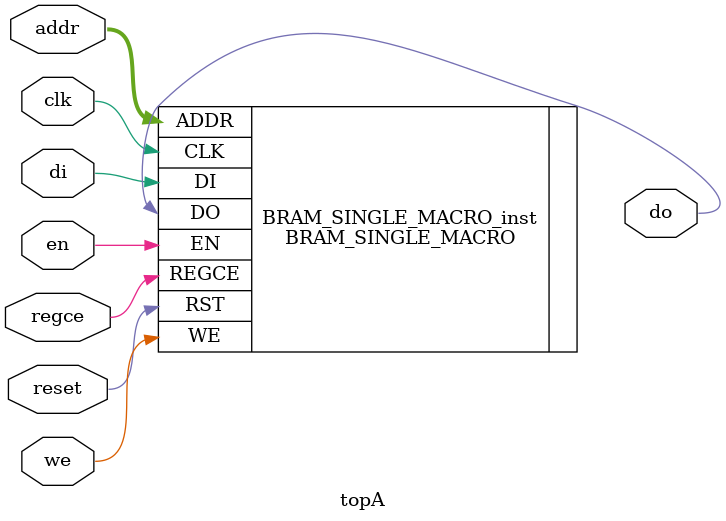
<source format=v>


//  <-----Cut code below this line---->

   // BRAM_SINGLE_MACRO: Single Port RAM
   //                    Artix-7
   // Xilinx HDL Language Template, version 2018.3

   /////////////////////////////////////////////////////////////////////
   //  READ_WIDTH | BRAM_SIZE | READ Depth  | ADDR Width |            //
   // WRITE_WIDTH |           | WRITE Depth |            |  WE Width  //
   // ============|===========|=============|============|============//
   //    37-72    |  "36Kb"   |      512    |    9-bit   |    8-bit   //
   //    19-36    |  "36Kb"   |     1024    |   10-bit   |    4-bit   //
   //    19-36    |  "18Kb"   |      512    |    9-bit   |    4-bit   //
   //    10-18    |  "36Kb"   |     2048    |   11-bit   |    2-bit   //
   //    10-18    |  "18Kb"   |     1024    |   10-bit   |    2-bit   //
   //     5-9     |  "36Kb"   |     4096    |   12-bit   |    1-bit   //
   //     5-9     |  "18Kb"   |     2048    |   11-bit   |    1-bit   //
   //     3-4     |  "36Kb"   |     8192    |   13-bit   |    1-bit   //
   //     3-4     |  "18Kb"   |     4096    |   12-bit   |    1-bit   //
   //       2     |  "36Kb"   |    16384    |   14-bit   |    1-bit   //
   //       2     |  "18Kb"   |     8192    |   13-bit   |    1-bit   //
   //       1     |  "36Kb"   |    32768    |   15-bit   |    1-bit   //
   //       1     |  "18Kb"   |    16384    |   14-bit   |    1-bit   //
   /////////////////////////////////////////////////////////////////////

   module topA(addr, clk, reset, we, regce, en, di, do);

   input clk, reset, we, regce, en, di;
   input [13:0] addr;
   output do;

   BRAM_SINGLE_MACRO #(
      .BRAM_SIZE("18Kb"), // Target BRAM, "18Kb" or "36Kb" 
      .DEVICE("7SERIES"), // Target Device: "7SERIES" 
      .DO_REG(0), // Optional output register (0 or 1)
      .INIT(36'h000000000), // Initial values on output port
      .INIT_FILE ("NONE"),
      .WRITE_WIDTH(1), // Valid values are 1-72 (37-72 only valid when BRAM_SIZE="36Kb")
      .READ_WIDTH(1),  // Valid values are 1-72 (37-72 only valid when BRAM_SIZE="36Kb")
      .SRVAL(36'h000000000), // Set/Reset value for port output
      .WRITE_MODE("READ_FIRST"), // "WRITE_FIRST", "READ_FIRST", or "NO_CHANGE" 
      .INIT_00(256'hffffffffffffffffffffffffffffffffffffffffffffffffffffffffffffffff),
      .INIT_01(256'hffffffffffffffffffffffffffffffffffffffffffffffffffffffffffffffff),
      .INIT_02(256'hffffffffffffffffffffffffffffffffffffffffffffffffffffffffffffffff),
      .INIT_03(256'hffffffffffffffffffffffffffffffffffffffffffffffffffffffffffffffff),
      .INIT_04(256'hffffffffffffffffffffffffffffffffffffffffffffffffffffffffffffffff),
      .INIT_05(256'hffffffffffffffffffffffffffffffffffffffffffffffffffffffffffffffff),
      .INIT_06(256'hffffffffffffffffffffffffffffffffffffffffffffffffffffffffffffffff),
      .INIT_07(256'hffffffffffffffffffffffffffffffffffffffffffffffffffffffffffffffff),
      .INIT_08(256'h00000000000000000000000000000000ffffffffffffffffffffffffffffffff),
      .INIT_09(256'h00000000000000000000000000000000ffffffffffffffffffffffffffffffff),
      .INIT_0A(256'h00000000000000000000000000000000ffffffffffffffffffffffffffffffff),
      .INIT_0B(256'h00000000000000000000000000000000ffffffffffffffffffffffffffffffff),
      .INIT_0C(256'h00000000000000000000000000000000ffffffffffffffffffffffffffffffff),
      .INIT_0D(256'h00000000000000000000000000000000ffffffffffffffffffffffffffffffff),
      .INIT_0E(256'h00000000000000000000000000000000ffffffffffffffffffffffffffffffff),
      .INIT_0F(256'h00000000000000000000000000000000ffffffffffffffffffffffffffffffff),
      .INIT_10(256'h00000000000000000000000000000000ffffffffffffffffffffffffffffffff),
      .INIT_11(256'h00000000000000000000000000000000ffffffffffffffffffffffffffffffff),
      .INIT_12(256'h00000000000000000000000000000000ffffffffffffffffffffffffffffffff),
      .INIT_13(256'h00000000000000000000000000000000ffffffffffffffffffffffffffffffff),
      .INIT_14(256'h00000000000000000000000000000000ffffffffffffffffffffffffffffffff),
      .INIT_15(256'h00000000000000000000000000000000ffffffffffffffffffffffffffffffff),
      .INIT_16(256'h00000000000000000000000000000000ffffffffffffffffffffffffffffffff),
      .INIT_17(256'h00000000000000000000000000000000ffffffffffffffffffffffffffffffff),
      .INIT_18(256'h00000000000000000000000000000000ffffffffffffffffffffffffffffffff),
      .INIT_19(256'h00000000000000000000000000000000ffffffffffffffffffffffffffffffff),
      .INIT_1A(256'h00000000000000000000000000000000ffffffffffffffffffffffffffffffff),
      .INIT_1B(256'h00000000000000000000000000000000ffffffffffffffffffffffffffffffff),
      .INIT_1C(256'h00000000000000000000000000000000ffffffffffffffffffffffffffffffff),
      .INIT_1D(256'h00000000000000000000000000000000ffffffffffffffffffffffffffffffff),
      .INIT_1E(256'h0000000000000000000000000000000000000000000000000000000000000000),
      .INIT_1F(256'h0000000000000000000000000000000000000000000000000000000000000000),
      .INIT_20(256'h0000000000000000000000000000000000000000000000000000000000000000),
      .INIT_21(256'h0000000000000000000000000000000000000000000000000000000000000000),
      .INIT_22(256'h0000000000000000000000000000000000000000000000000000000000000000),
      .INIT_23(256'h0000000000000000000000000000000000000000000000000000000000000000),
      .INIT_24(256'h0000000000000000000000000000000000000000000000000000000000000000),
      .INIT_25(256'h0000000000000000000000000000000000000000000000000000000000000000),
      .INIT_26(256'h0000000000000000000000000000000000000000000000000000000000000000),
      .INIT_27(256'h0000000000000000000000000000000000000000000000000000000000000000),
      .INIT_28(256'h0000000000000000000000000000000000000000000000000000000000000000),
      .INIT_29(256'h0000000000000000000000000000000000000000000000000000000000000000),
      .INIT_2A(256'h0000000000000000000000000000000000000000000000000000000000000000),
      .INIT_2B(256'h0000000000000000000000000000000000000000000000000000000000000000),
      .INIT_2C(256'h0000000000000000000000000000000000000000000000000000000000000000),
      .INIT_2D(256'h0000000000000000000000000000000000000000000000000000000000000000),
      .INIT_2E(256'h0000000000000000000000000000000000000000000000000000000000000000),
      .INIT_2F(256'h0000000000000000000000000000000000000000000000000000000000000000),
      .INIT_30(256'h0000000000000000000000000000000000000000000000000000000000000000),
      .INIT_31(256'h0000000000000000000000000000000000000000000000000000000000000000),
      .INIT_32(256'h0000000000000000000000000000000000000000000000000000000000000000),
      .INIT_33(256'h0000000000000000000000000000000000000000000000000000000000000000),
      .INIT_34(256'h0000000000000000000000000000000000000000000000000000000000000000),
      .INIT_35(256'h0000000000000000000000000000000000000000000000000000000000000000),
      .INIT_36(256'h0000000000000000000000000000000000000000000000000000000000000000),
      .INIT_37(256'h0000000000000000000000000000000000000000000000000000000000000000),
      .INIT_38(256'h0000000000000000000000000000000000000000000000000000000000000000),
      .INIT_39(256'h0000000000000000000000000000000000000000000000000000000000000000),
      .INIT_3A(256'h0000000000000000000000000000000000000000000000000000000000000000),
      .INIT_3B(256'h0000000000000000000000000000000000000000000000000000000000000000),
      .INIT_3C(256'h0000000000000000000000000000000000000000000000000000000000000000),
      .INIT_3D(256'h0000000000000000000000000000000000000000000000000000000000000000),
      .INIT_3E(256'h0000000000000000000000000000000000000000000000000000000000000000),
      .INIT_3F(256'h0000000000000000000000000000000000000000000000000000000000000000),

      // The next set of INIT_xx are valid when configured as 36Kb
      .INIT_40(256'h0000000000000000000000000000000000000000000000000000000000000000),
      .INIT_41(256'h0000000000000000000000000000000000000000000000000000000000000000),
      .INIT_42(256'h0000000000000000000000000000000000000000000000000000000000000000),
      .INIT_43(256'h0000000000000000000000000000000000000000000000000000000000000000),
      .INIT_44(256'h0000000000000000000000000000000000000000000000000000000000000000),
      .INIT_45(256'h0000000000000000000000000000000000000000000000000000000000000000),
      .INIT_46(256'h0000000000000000000000000000000000000000000000000000000000000000),
      .INIT_47(256'h0000000000000000000000000000000000000000000000000000000000000000),
      .INIT_48(256'h0000000000000000000000000000000000000000000000000000000000000000),
      .INIT_49(256'h0000000000000000000000000000000000000000000000000000000000000000),
      .INIT_4A(256'h0000000000000000000000000000000000000000000000000000000000000000),
      .INIT_4B(256'h0000000000000000000000000000000000000000000000000000000000000000),
      .INIT_4C(256'h0000000000000000000000000000000000000000000000000000000000000000),
      .INIT_4D(256'h0000000000000000000000000000000000000000000000000000000000000000),
      .INIT_4E(256'h0000000000000000000000000000000000000000000000000000000000000000),
      .INIT_4F(256'h0000000000000000000000000000000000000000000000000000000000000000),
      .INIT_50(256'h0000000000000000000000000000000000000000000000000000000000000000),
      .INIT_51(256'h0000000000000000000000000000000000000000000000000000000000000000),
      .INIT_52(256'h0000000000000000000000000000000000000000000000000000000000000000),
      .INIT_53(256'h0000000000000000000000000000000000000000000000000000000000000000),
      .INIT_54(256'h0000000000000000000000000000000000000000000000000000000000000000),
      .INIT_55(256'h0000000000000000000000000000000000000000000000000000000000000000),
      .INIT_56(256'h0000000000000000000000000000000000000000000000000000000000000000),
      .INIT_57(256'h0000000000000000000000000000000000000000000000000000000000000000),
      .INIT_58(256'h0000000000000000000000000000000000000000000000000000000000000000),
      .INIT_59(256'h0000000000000000000000000000000000000000000000000000000000000000),
      .INIT_5A(256'h0000000000000000000000000000000000000000000000000000000000000000),
      .INIT_5B(256'h0000000000000000000000000000000000000000000000000000000000000000),
      .INIT_5C(256'h0000000000000000000000000000000000000000000000000000000000000000),
      .INIT_5D(256'h0000000000000000000000000000000000000000000000000000000000000000),
      .INIT_5E(256'h0000000000000000000000000000000000000000000000000000000000000000),
      .INIT_5F(256'h0000000000000000000000000000000000000000000000000000000000000000),
      .INIT_60(256'h0000000000000000000000000000000000000000000000000000000000000000),
      .INIT_61(256'h0000000000000000000000000000000000000000000000000000000000000000),
      .INIT_62(256'h0000000000000000000000000000000000000000000000000000000000000000),
      .INIT_63(256'h0000000000000000000000000000000000000000000000000000000000000000),
      .INIT_64(256'h0000000000000000000000000000000000000000000000000000000000000000),
      .INIT_65(256'h0000000000000000000000000000000000000000000000000000000000000000),
      .INIT_66(256'h0000000000000000000000000000000000000000000000000000000000000000),
      .INIT_67(256'h0000000000000000000000000000000000000000000000000000000000000000),
      .INIT_68(256'h0000000000000000000000000000000000000000000000000000000000000000),
      .INIT_69(256'h0000000000000000000000000000000000000000000000000000000000000000),
      .INIT_6A(256'h0000000000000000000000000000000000000000000000000000000000000000),
      .INIT_6B(256'h0000000000000000000000000000000000000000000000000000000000000000),
      .INIT_6C(256'h0000000000000000000000000000000000000000000000000000000000000000),
      .INIT_6D(256'h0000000000000000000000000000000000000000000000000000000000000000),
      .INIT_6E(256'h0000000000000000000000000000000000000000000000000000000000000000),
      .INIT_6F(256'h0000000000000000000000000000000000000000000000000000000000000000),
      .INIT_70(256'h0000000000000000000000000000000000000000000000000000000000000000),
      .INIT_71(256'h0000000000000000000000000000000000000000000000000000000000000000),
      .INIT_72(256'h0000000000000000000000000000000000000000000000000000000000000000),
      .INIT_73(256'h0000000000000000000000000000000000000000000000000000000000000000),
      .INIT_74(256'h0000000000000000000000000000000000000000000000000000000000000000),
      .INIT_75(256'h0000000000000000000000000000000000000000000000000000000000000000),
      .INIT_76(256'h0000000000000000000000000000000000000000000000000000000000000000),
      .INIT_77(256'h0000000000000000000000000000000000000000000000000000000000000000),
      .INIT_78(256'h0000000000000000000000000000000000000000000000000000000000000000),
      .INIT_79(256'h0000000000000000000000000000000000000000000000000000000000000000),
      .INIT_7A(256'h0000000000000000000000000000000000000000000000000000000000000000),
      .INIT_7B(256'h0000000000000000000000000000000000000000000000000000000000000000),
      .INIT_7C(256'h0000000000000000000000000000000000000000000000000000000000000000),
      .INIT_7D(256'h0000000000000000000000000000000000000000000000000000000000000000),
      .INIT_7E(256'h0000000000000000000000000000000000000000000000000000000000000000),
      .INIT_7F(256'h0000000000000000000000000000000000000000000000000000000000000000),

      // The next set of INITP_xx are for the parity bits
      .INITP_00(256'h0000000000000000000000000000000000000000000000000000000000000000),
      .INITP_01(256'h0000000000000000000000000000000000000000000000000000000000000000),
      .INITP_02(256'h0000000000000000000000000000000000000000000000000000000000000000),
      .INITP_03(256'h0000000000000000000000000000000000000000000000000000000000000000),
      .INITP_04(256'h0000000000000000000000000000000000000000000000000000000000000000),
      .INITP_05(256'h0000000000000000000000000000000000000000000000000000000000000000),
      .INITP_06(256'h0000000000000000000000000000000000000000000000000000000000000000),
      .INITP_07(256'h0000000000000000000000000000000000000000000000000000000000000000),

      // The next set of INIT_xx are valid when configured as 36Kb
      .INITP_08(256'h0000000000000000000000000000000000000000000000000000000000000000),
      .INITP_09(256'h0000000000000000000000000000000000000000000000000000000000000000),
      .INITP_0A(256'h0000000000000000000000000000000000000000000000000000000000000000),
      .INITP_0B(256'h0000000000000000000000000000000000000000000000000000000000000000),
      .INITP_0C(256'h0000000000000000000000000000000000000000000000000000000000000000),
      .INITP_0D(256'h0000000000000000000000000000000000000000000000000000000000000000),
      .INITP_0E(256'h0000000000000000000000000000000000000000000000000000000000000000),
      .INITP_0F(256'h0000000000000000000000000000000000000000000000000000000000000000)
   ) BRAM_SINGLE_MACRO_inst (
      .DO(do),       // Output data, width defined by READ_WIDTH parameter
      .ADDR(addr),   // Input address, width defined by read/write port depth
      .CLK(clk),     // 1-bit input clock
      .DI(di),       // Input data port, width defined by WRITE_WIDTH parameter
      .EN(en),       // 1-bit input RAM enable
      .REGCE(regce), // 1-bit input output register enable
      .RST(reset),     // 1-bit input reset
      .WE(we)        // Input write enable, width defined by write port depth
   );

   // End of BRAM_SINGLE_MACRO_inst instantiation

   endmodule
				
				
</source>
